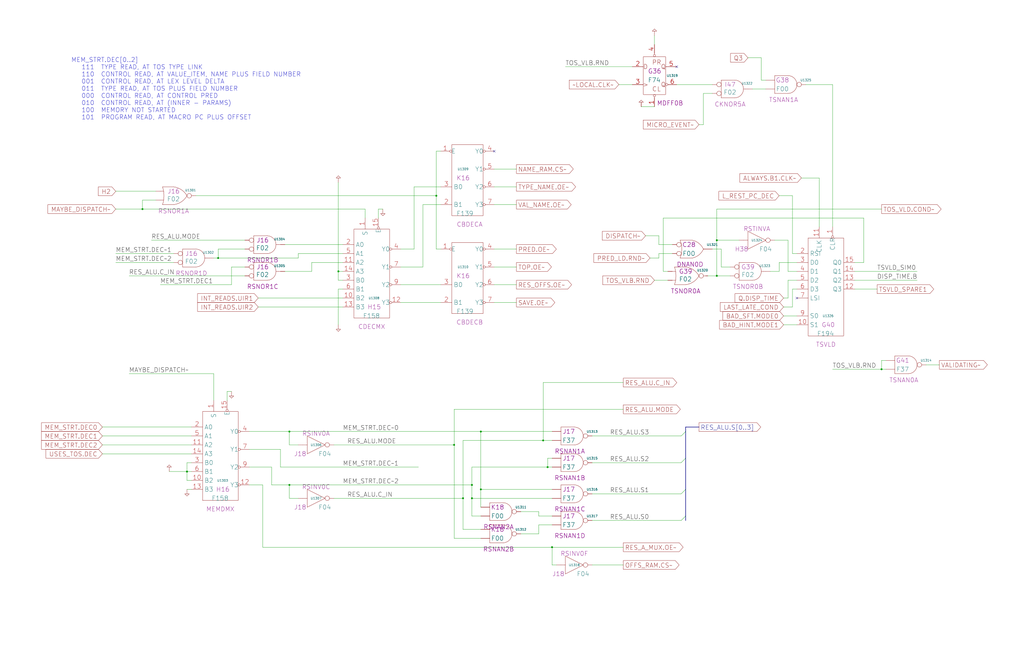
<source format=kicad_sch>
(kicad_sch (version 20250114) (generator "eeschema") (generator_version "9.0")
  (paper "User" 584.2 378.46)
  (title_block (title "CS DISPLAY REGISTER CONTROL") (date "22-MAY-90") (rev "1.0") (comment 1 "SEQUENCER") (comment 2 "232-003064") (comment 3 "S400") (comment 4 "RELEASED"))
  (lib_symbols
    (symbol "r1000:F00" (pin_numbers (hide yes)) (pin_names (hide yes))
      (property "Reference" "U" (at 15.24 0 0))
      (property "Value" "F00" (at 1.905 -5.08 0))
      (property "Location" "___" (at 1.905 0 0))
      (property "Name" "______" (at 2.54 -12.7 0))
      (symbol "F00_0_1"
        (polyline (pts (xy -2.54 2.54) (xy -2.54 -7.62)) (stroke (width 0.1524)))
        (polyline (pts (xy -2.54 2.54) (xy 5.08 2.54)) (stroke (width 0.1524)))
        (polyline (pts (xy -2.54 -7.62) (xy 5.08 -7.62)) (stroke (width 0.1524)))
        (arc (start 5.08 2.54) (mid 10.1281 -2.54) (end 5.08 -7.62) (stroke (width 0.1524)))
        (circle (center 11.43 -2.54) (radius 1.27) (stroke (width 0.1524)))
      )
      (symbol "F00_0_2"
        (arc (start -3.175 2.54) (mid -2.134 -2.54) (end -3.175 -7.62) (stroke (width 0.1524)))
        (circle (center -3.81 0) (radius 1.27) (stroke (width 0.1524)))
        (circle (center -3.81 -5.08) (radius 1.27) (stroke (width 0.1524)))
        (polyline (pts (xy -3.175 2.54) (xy 3.81 2.54)) (stroke (width 0.1524)))
        (polyline (pts (xy -3.175 -7.62) (xy 3.81 -7.62)) (stroke (width 0.1524)))
        (arc (start 3.81 2.54) (mid 7.5828 0.7472) (end 10.16 -2.54) (stroke (width 0.1524)))
        (arc (start 10.16 -2.54) (mid 7.5855 -5.8306) (end 3.81 -7.62) (stroke (width 0.1524)))
      )
      (symbol "F00_1_1"
        (pin input line (at -7.62 0 0) (length 5.08) (name "D0") (number "1"))
        (pin input line (at -7.62 -5.08 0) (length 5.08) (name "D1") (number "2"))
        (pin output line (at 15.24 -2.54 180) (length 2.54) (name "Q") (number "3"))
      )
      (symbol "F00_1_2"
        (pin input line (at -7.62 0 0) (length 2.54) (name "D0") (number "1"))
        (pin input line (at -7.62 -5.08 0) (length 2.54) (name "D1") (number "2"))
        (pin output line (at 15.24 -2.54 180) (length 5.08) (name "Q") (number "3"))
      )
    )
    (symbol "r1000:F02" (pin_numbers (hide yes)) (pin_names (hide yes))
      (property "Reference" "U" (at 12.16 0.635 0))
      (property "Value" "F02" (at -1.27 -4.445 0))
      (property "Location" "___" (at 2.54 0 0))
      (property "Name" "______" (at 2.54 -12.7 0))
      (symbol "F02_0_1"
        (arc (start -3.81 2.54) (mid -2.9847 -2.54) (end -3.81 -7.62) (stroke (width 0.1524)))
        (polyline (pts (xy -5.08 0) (xy -3.175 0)) (stroke (width 0.1524)))
        (polyline (pts (xy -5.08 -5.08) (xy -3.175 -5.08)) (stroke (width 0.1524)))
        (polyline (pts (xy -3.81 2.54) (xy 2.54 2.54)) (stroke (width 0.1524)))
        (polyline (pts (xy -3.81 -7.62) (xy 2.54 -7.62)) (stroke (width 0.1524)))
        (arc (start 2.54 2.54) (mid 6.9477 0.8966) (end 10.16 -2.54) (stroke (width 0.1524)))
        (arc (start 10.16 -2.54) (mid 6.9515 -5.9823) (end 2.54 -7.62) (stroke (width 0.1524)))
        (circle (center 11.43 -2.54) (radius 1.27) (stroke (width 0.1524)))
        (polyline (pts (xy 13.97 -2.54) (xy 12.7 -2.54)) (stroke (width 0.1524)))
      )
      (symbol "F02_0_2"
        (circle (center -3.81 0) (radius 1.27) (stroke (width 0.1524)))
        (circle (center -3.81 -5.08) (radius 1.27) (stroke (width 0.1524)))
        (polyline (pts (xy -2.54 2.54) (xy -2.54 -7.62)) (stroke (width 0.1524)))
        (polyline (pts (xy -2.54 2.54) (xy 5.08 2.54)) (stroke (width 0.1524)))
        (polyline (pts (xy -2.54 -7.62) (xy 5.08 -7.62)) (stroke (width 0.1524)))
        (arc (start 5.08 2.54) (mid 10.1281 -2.54) (end 5.08 -7.62) (stroke (width 0.1524)))
        (polyline (pts (xy 11.43 -2.54) (xy 10.16 -2.54)) (stroke (width 0.1524)))
        (polyline (pts (xy 11.43 -2.54) (xy 12.7 -2.54)) (stroke (width 0.1524)))
      )
      (symbol "F02_1_1"
        (pin input line (at -7.62 0 0) (length 2.54) (name "D0") (number "1"))
        (pin input line (at -7.62 -5.08 0) (length 2.54) (name "D1") (number "2"))
        (pin output line (at 15.24 -2.54 180) (length 1.27) (name "Q") (number "3"))
      )
      (symbol "F02_1_2"
        (pin input line (at -7.62 0 0) (length 2.54) (name "D0") (number "1"))
        (pin input line (at -7.62 -5.08 0) (length 2.54) (name "D1") (number "2"))
        (pin output line (at 15.24 -2.54 180) (length 2.54) (name "Q") (number "3"))
      )
    )
    (symbol "r1000:F04" (pin_numbers (hide yes)) (pin_names (hide yes))
      (property "Reference" "U" (at 0 0 0))
      (property "Value" "F04" (at 1.27 -5.08 0))
      (property "Location" "___" (at -12.7 -5.08 0))
      (property "Name" "______" (at 0 5.08 0))
      (symbol "F04_0_1"
        (polyline (pts (xy -7.62 0) (xy -5.08 0)) (stroke (width 0.1524)))
        (polyline (pts (xy -5.08 5.08) (xy -5.08 -5.08)) (stroke (width 0.1524)))
        (polyline (pts (xy 5.08 0) (xy -5.08 5.08)) (stroke (width 0.1524)))
        (polyline (pts (xy 5.08 0) (xy -5.08 -5.08)) (stroke (width 0.1524)))
        (circle (center 6.35 0) (radius 1.27) (stroke (width 0.1524)))
      )
      (symbol "F04_1_1"
        (pin input line (at -10.16 0 0) (length 2.54) (name "D0") (number "1"))
        (pin output line (at 10.16 0 180) (length 2.54) (name "Q") (number "2"))
      )
    )
    (symbol "r1000:F139" (pin_names (offset 1.016))
      (property "Reference" "U" (at 2.54 5.08 0))
      (property "Value" "F139" (at -1.27 -20.32 0))
      (property "Location" "___" (at -1.27 0 0))
      (property "Name" "______" (at 6.35 -27.94 0))
      (symbol "F139_1_1"
        (circle (center -4.445 15.24) (radius 0.635))
        (rectangle (start -3.81 19.05) (end 13.97 -21.59))
        (circle (center 14.605 15.24) (radius 0.635))
        (circle (center 14.605 5.08) (radius 0.635))
        (circle (center 14.605 -5.08) (radius 0.635))
        (circle (center 14.605 -15.24) (radius 0.635))
        (pin input line (at -10.16 15.24 0) (length 5.08) (name "E") (number "1"))
        (pin input line (at -10.16 -5.08 0) (length 6.35) (name "B0") (number "3"))
        (pin input line (at -10.16 -15.24 0) (length 6.35) (name "B1") (number "2"))
        (pin output line (at 20.32 15.24 180) (length 5.08) (name "Y0") (number "4"))
        (pin output line (at 20.32 5.08 180) (length 5.08) (name "Y1") (number "5"))
        (pin output line (at 20.32 -5.08 180) (length 5.08) (name "Y2") (number "6"))
        (pin output line (at 20.32 -15.24 180) (length 5.08) (name "Y3") (number "7"))
      )
    )
    (symbol "r1000:F158" (pin_names (offset 1.016))
      (property "Reference" "U" (at 2.54 5.08 0))
      (property "Value" "F158" (at -3.81 -5.08 0))
      (property "Location" "___" (at -1.27 0 0))
      (property "Name" "______" (at 1.27 -12.7 0))
      (symbol "F158_1_1"
        (rectangle (start -8.89 44.45) (end 11.43 -6.35))
        (circle (center 5.08 45.085) (radius 0.635))
        (circle (center 12.065 33.02) (radius 0.635))
        (circle (center 12.065 22.86) (radius 0.635))
        (circle (center 12.065 12.7) (radius 0.635))
        (circle (center 12.065 2.54) (radius 0.635))
        (pin input line (at -15.24 35.56 0) (length 6.35) (name "A0") (number "2"))
        (pin input line (at -15.24 30.48 0) (length 6.35) (name "A1") (number "5"))
        (pin input line (at -15.24 25.4 0) (length 6.35) (name "A2") (number "11"))
        (pin input line (at -15.24 20.32 0) (length 6.35) (name "A3") (number "14"))
        (pin input line (at -15.24 15.24 0) (length 6.35) (name "B0") (number "3"))
        (pin input line (at -15.24 10.16 0) (length 6.35) (name "B1") (number "6"))
        (pin input line (at -15.24 5.08 0) (length 6.35) (name "B2") (number "10"))
        (pin input line (at -15.24 0 0) (length 6.35) (name "B3") (number "13"))
        (pin input line (at -2.54 50.8 270) (length 6.35) (name "S") (number "1"))
        (pin input line (at 5.08 50.8 270) (length 5.08) (name "E") (number "15"))
        (pin output line (at 17.78 33.02 180) (length 5.08) (name "Y0") (number "4"))
        (pin output line (at 17.78 22.86 180) (length 5.08) (name "Y1") (number "7"))
        (pin output line (at 17.78 12.7 180) (length 5.08) (name "Y2") (number "9"))
        (pin output line (at 17.78 2.54 180) (length 5.08) (name "Y3") (number "12"))
      )
    )
    (symbol "r1000:F194" (pin_names (offset 1.016))
      (property "Reference" "U" (at 2.54 5.08 0))
      (property "Value" "F194" (at -3.81 -5.08 0))
      (property "Location" "___" (at -1.27 0 0))
      (property "Name" "______" (at 1.27 -12.7 0))
      (symbol "F194_1_1"
        (rectangle (start -8.89 49.53) (end 11.43 -6.35))
        (circle (center 5.08 50.165) (radius 0.635))
        (pin input line (at -15.24 40.64 0) (length 6.35) (name "RSI") (number "2"))
        (pin input line (at -15.24 35.56 0) (length 6.35) (name "D0") (number "3"))
        (pin input line (at -15.24 30.48 0) (length 6.35) (name "D1") (number "4"))
        (pin input line (at -15.24 25.4 0) (length 6.35) (name "D2") (number "5"))
        (pin input line (at -15.24 20.32 0) (length 6.35) (name "D3") (number "6"))
        (pin input line (at -15.24 15.24 0) (length 6.35) (name "LSI") (number "7"))
        (pin input line (at -15.24 5.08 0) (length 6.35) (name "S0") (number "9"))
        (pin input line (at -15.24 0 0) (length 6.35) (name "S1") (number "10"))
        (pin input line (at -2.54 55.88 270) (length 6.35) (name "CLK") (number "11"))
        (pin input line (at 5.08 55.88 270) (length 5.08) (name "CLR") (number "1"))
        (pin output line (at 17.78 35.56 180) (length 6.35) (name "Q0") (number "15"))
        (pin output line (at 17.78 30.48 180) (length 6.35) (name "Q1") (number "14"))
        (pin output line (at 17.78 25.4 180) (length 6.35) (name "Q2") (number "13"))
        (pin output line (at 17.78 20.32 180) (length 6.35) (name "Q3") (number "12"))
      )
    )
    (symbol "r1000:F37" (pin_numbers (hide yes)) (pin_names (offset 0) (hide yes))
      (property "Reference" "U" (at 15.24 0 0))
      (property "Value" "F37" (at 1.905 -5.08 0))
      (property "Location" "___" (at 1.905 0 0))
      (property "Name" "______" (at 2.54 -12.7 0))
      (symbol "F37_0_1"
        (polyline (pts (xy -2.54 2.54) (xy -2.54 -7.62)) (stroke (width 0.1524)))
        (polyline (pts (xy -2.54 2.54) (xy 5.08 2.54)) (stroke (width 0.1524)))
        (polyline (pts (xy -2.54 -7.62) (xy 5.08 -7.62)) (stroke (width 0.1524)))
        (arc (start 5.08 2.54) (mid 10.1281 -2.54) (end 5.08 -7.62) (stroke (width 0.1524)))
        (circle (center 11.43 -2.54) (radius 1.27) (stroke (width 0.1524)))
      )
      (symbol "F37_0_2"
        (arc (start -3.175 2.54) (mid -2.134 -2.54) (end -3.175 -7.62) (stroke (width 0.1524)))
        (circle (center -3.81 0) (radius 1.27) (stroke (width 0.1524)))
        (circle (center -3.81 -5.08) (radius 1.27) (stroke (width 0.1524)))
        (polyline (pts (xy -3.175 2.54) (xy 3.81 2.54)) (stroke (width 0.1524)))
        (polyline (pts (xy -3.175 -7.62) (xy 3.81 -7.62)) (stroke (width 0.1524)))
        (arc (start 3.81 2.54) (mid 7.5828 0.7472) (end 10.16 -2.54) (stroke (width 0.1524)))
        (arc (start 10.16 -2.54) (mid 7.5855 -5.8306) (end 3.81 -7.62) (stroke (width 0.1524)))
      )
      (symbol "F37_1_1"
        (pin input line (at -7.62 0 0) (length 5.08) (name "D0") (number "1"))
        (pin input line (at -7.62 -5.08 0) (length 5.08) (name "D1") (number "2"))
        (pin output line (at 15.24 -2.54 180) (length 2.54) (name "Q") (number "3"))
      )
      (symbol "F37_1_2"
        (pin input line (at -7.62 0 0) (length 2.54) (name "D0") (number "1"))
        (pin input line (at -7.62 -5.08 0) (length 2.54) (name "D1") (number "2"))
        (pin output line (at 15.24 -2.54 180) (length 5.08) (name "Q") (number "3"))
      )
    )
    (symbol "r1000:F74" (pin_names (offset 1.016) (hide yes))
      (property "Reference" "U" (at 12.7 -2.54 0))
      (property "Value" "F74" (at -1.27 -5.08 0))
      (property "Location" "___" (at -1.27 0 0))
      (property "Name" "______" (at 11.43 -19.685 0))
      (symbol "F74_0_1"
        (rectangle (start -3.81 8.255) (end 8.89 -13.335) (stroke (width 0.1524)))
        (polyline (pts (xy 2.54 10.16) (xy 2.54 9.525)) (stroke (width 0.1524)))
        (polyline (pts (xy 2.54 -15.24) (xy 2.54 -14.605)) (stroke (width 0.1524)))
      )
      (symbol "F74_1_1"
        (circle (center 2.54 8.89) (radius 0.635))
        (circle (center 2.54 -13.97) (radius 0.635))
        (circle (center 9.525 -7.62) (radius 0.635))
        (text "D" (at -2.54 2.54 0) (effects (font (size 2.54 2.54))))
        (text ">" (at -2.54 -7.62 0) (effects (font (size 2.54 2.54))))
        (text "P" (at 2.54 5.08 0) (effects (font (size 2.54 2.54))))
        (text "C" (at 2.54 -10.16 0) (effects (font (size 2.54 2.54))))
        (text "R" (at 5.08 5.08 0) (effects (font (size 2.54 2.54))))
        (text "L" (at 5.08 -10.16 0) (effects (font (size 2.54 2.54))))
        (text "Q" (at 7.62 2.54 0) (effects (font (size 2.54 2.54))))
        (text "Q" (at 7.62 -7.62 0) (effects (font (size 2.54 2.54))))
        (pin input line (at -10.16 2.54 0) (length 6.35) (name "D") (number "2"))
        (pin input line (at -10.16 -7.62 0) (length 6.35) (name "CLK") (number "3"))
        (pin input line (at 2.54 15.24 270) (length 5.08) (name "PR_") (number "4"))
        (pin input line (at 2.54 -20.32 90) (length 5.08) (name "CL_") (number "1"))
        (pin output line (at 15.24 2.54 180) (length 6.35) (name "Q") (number "5"))
        (pin output line (at 15.24 -7.62 180) (length 5.08) (name "Q_") (number "6"))
      )
    )
    (symbol "r1000:PD" (power) (pin_numbers (hide yes)) (pin_names (hide yes)) (in_bom no)
      (symbol "PD_0_1"
        (polyline (pts (xy 0 -2.54) (xy 1.27 -2.54) (xy 0 -3.81) (xy -1.27 -2.54) (xy 0 -2.54)) (stroke (width 0.1524)))
      )
      (symbol "PD_1_1"
        (pin power_in line (at 0 0 270) (length 2.54) (name "PD") (number "1"))
      )
    )
    (symbol "r1000:PU" (power) (pin_numbers (hide yes)) (pin_names (hide yes))
      (symbol "PU_0_1"
        (polyline (pts (xy 0 2.54) (xy -1.27 2.54) (xy 0 3.81) (xy 1.27 2.54) (xy 0 2.54)) (stroke (width 0.1524)))
      )
      (symbol "PU_1_1"
        (pin power_in line (at 0 0 90) (length 2.54) (name "PU") (number "1"))
      )
    )
  )
  (text "MEM_STRT.DEC[0..2]\n   111  TYPE READ, AT TOS TYPE LINK\n   110  CONTROL READ, AT VALUE_ITEM, NAME PLUS FIELD NUMBER\n   001  CONTROL READ, AT LEX LEVEL DELTA\n   011  TYPE READ, AT TOS PLUS FIELD NUMBER\n   000  CONTROL READ, AT CONTROL PRED\n   010  CONTROL READ, AT (INNER - PARAMS)\n   100  MEMORY NOT STARTED\n   101  PROGRAM READ, AT MACRO PC PLUS OFFSET" (at 40.64 68.58 0) (effects (font (size 2.54 2.54)) (justify left bottom)))
  (junction (at 408.94 137.16))
  (junction (at 165.1 276.86))
  (junction (at 309.88 251.46))
  (junction (at 264.16 284.48))
  (junction (at 274.32 246.38))
  (junction (at 124.46 147.32))
  (junction (at 274.32 279.4))
  (junction (at 269.24 284.48))
  (junction (at 408.94 157.48))
  (junction (at 248.92 111.76))
  (junction (at 165.1 246.38))
  (junction (at 81.28 119.38))
  (junction (at 312.42 266.7))
  (junction (at 269.24 276.86))
  (junction (at 259.08 254))
  (junction (at 314.96 312.42))
  (junction (at 502.92 210.82))
  (junction (at 193.04 154.94))
  (junction (at 106.68 269.24))
  (no_connect (at 386.08 38.1))
  (no_connect (at 281.94 86.36))
  (no_connect (at 454.66 170.18))
  (bus_entry (at 391.16 261.62) (size -2.54 2.54))
  (bus_entry (at 391.16 246.38) (size -2.54 2.54))
  (bus_entry (at 391.16 294.64) (size -2.54 2.54))
  (bus_entry (at 391.16 279.4) (size -2.54 2.54))
  (wire (pts (xy 259.08 233.68) (xy 355.6 233.68)))
  (wire (pts (xy 528.32 208.28) (xy 535.94 208.28)))
  (wire (pts (xy 314.96 312.42) (xy 355.6 312.42)))
  (wire (pts (xy 142.24 246.38) (xy 165.1 246.38)))
  (bus (pts (xy 391.16 246.38) (xy 391.16 261.62)))
  (wire (pts (xy 142.24 276.86) (xy 149.86 276.86)))
  (wire (pts (xy 190.5 284.48) (xy 264.16 284.48)))
  (wire (pts (xy 81.28 119.38) (xy 208.28 119.38)))
  (wire (pts (xy 454.66 144.78) (xy 452.12 144.78)))
  (wire (pts (xy 281.94 106.68) (xy 294.64 106.68)))
  (wire (pts (xy 264.16 302.26) (xy 274.32 302.26)))
  (wire (pts (xy 193.04 165.1) (xy 193.04 185.42)))
  (wire (pts (xy 193.04 154.94) (xy 195.58 154.94)))
  (wire (pts (xy 165.1 246.38) (xy 165.1 254)))
  (wire (pts (xy 383.54 144.78) (xy 375.92 144.78)))
  (wire (pts (xy 492.76 124.46) (xy 492.76 149.86)))
  (wire (pts (xy 132.08 152.4) (xy 132.08 162.56)))
  (wire (pts (xy 149.86 312.42) (xy 314.96 312.42)))
  (wire (pts (xy 269.24 284.48) (xy 269.24 294.64)))
  (wire (pts (xy 236.22 142.24) (xy 236.22 106.68)))
  (wire (pts (xy 264.16 251.46) (xy 309.88 251.46)))
  (wire (pts (xy 307.34 304.8) (xy 307.34 299.72)))
  (wire (pts (xy 106.68 269.24) (xy 109.22 269.24)))
  (wire (pts (xy 401.32 53.34) (xy 401.32 71.12)))
  (wire (pts (xy 147.32 175.26) (xy 195.58 175.26)))
  (wire (pts (xy 281.94 162.56) (xy 294.64 162.56)))
  (wire (pts (xy 58.42 259.08) (xy 109.22 259.08)))
  (wire (pts (xy 502.92 210.82) (xy 505.46 210.82)))
  (wire (pts (xy 124.46 147.32) (xy 121.92 147.32)))
  (wire (pts (xy 162.56 139.7) (xy 195.58 139.7)))
  (wire (pts (xy 408.94 157.48) (xy 416.56 157.48)))
  (wire (pts (xy 248.92 111.76) (xy 248.92 86.36)))
  (wire (pts (xy 106.68 279.4) (xy 109.22 279.4)))
  (wire (pts (xy 408.94 119.38) (xy 408.94 137.16)))
  (wire (pts (xy 454.66 160.02) (xy 449.58 160.02)))
  (wire (pts (xy 248.92 142.24) (xy 248.92 111.76)))
  (wire (pts (xy 96.52 269.24) (xy 106.68 269.24)))
  (wire (pts (xy 439.42 154.94) (xy 444.5 154.94)))
  (wire (pts (xy 447.04 180.34) (xy 454.66 180.34)))
  (wire (pts (xy 165.1 276.86) (xy 269.24 276.86)))
  (wire (pts (xy 447.04 170.18) (xy 449.58 170.18)))
  (wire (pts (xy 154.94 266.7) (xy 154.94 276.86)))
  (wire (pts (xy 449.58 154.94) (xy 449.58 137.16)))
  (wire (pts (xy 383.54 139.7) (xy 375.92 139.7)))
  (wire (pts (xy 337.82 281.94) (xy 388.62 281.94)))
  (wire (pts (xy 269.24 294.64) (xy 274.32 294.64)))
  (wire (pts (xy 215.9 124.46) (xy 215.9 119.38)))
  (wire (pts (xy 375.92 139.7) (xy 375.92 134.62)))
  (wire (pts (xy 165.1 254) (xy 170.18 254)))
  (wire (pts (xy 73.66 213.36) (xy 121.92 213.36)))
  (wire (pts (xy 309.88 251.46) (xy 314.96 251.46)))
  (wire (pts (xy 241.3 116.84) (xy 251.46 116.84)))
  (wire (pts (xy 467.36 129.54) (xy 467.36 101.6)))
  (bus (pts (xy 391.16 279.4) (xy 391.16 294.64)))
  (wire (pts (xy 281.94 142.24) (xy 294.64 142.24)))
  (wire (pts (xy 165.1 284.48) (xy 170.18 284.48)))
  (wire (pts (xy 162.56 154.94) (xy 177.8 154.94)))
  (wire (pts (xy 370.84 147.32) (xy 375.92 147.32)))
  (wire (pts (xy 66.04 144.78) (xy 99.06 144.78)))
  (wire (pts (xy 195.58 149.86) (xy 177.8 149.86)))
  (wire (pts (xy 208.28 124.46) (xy 208.28 119.38)))
  (wire (pts (xy 73.66 157.48) (xy 139.7 157.48)))
  (wire (pts (xy 307.34 299.72) (xy 314.96 299.72)))
  (wire (pts (xy 160.02 256.54) (xy 160.02 266.7)))
  (wire (pts (xy 307.34 294.64) (xy 314.96 294.64)))
  (wire (pts (xy 297.18 304.8) (xy 307.34 304.8)))
  (wire (pts (xy 337.82 322.58) (xy 355.6 322.58)))
  (wire (pts (xy 314.96 261.62) (xy 312.42 261.62)))
  (wire (pts (xy 139.7 142.24) (xy 124.46 142.24)))
  (wire (pts (xy 398.78 71.12) (xy 401.32 71.12)))
  (wire (pts (xy 142.24 266.7) (xy 154.94 266.7)))
  (wire (pts (xy 58.42 254) (xy 109.22 254)))
  (wire (pts (xy 454.66 149.86) (xy 444.5 149.86)))
  (wire (pts (xy 165.1 276.86) (xy 165.1 284.48)))
  (wire (pts (xy 444.5 149.86) (xy 444.5 154.94)))
  (wire (pts (xy 195.58 165.1) (xy 193.04 165.1)))
  (wire (pts (xy 111.76 111.76) (xy 248.92 111.76)))
  (wire (pts (xy 106.68 269.24) (xy 106.68 274.32)))
  (wire (pts (xy 502.92 205.74) (xy 502.92 210.82)))
  (bus (pts (xy 391.16 261.62) (xy 391.16 279.4)))
  (wire (pts (xy 259.08 254) (xy 259.08 233.68)))
  (wire (pts (xy 264.16 284.48) (xy 264.16 251.46)))
  (wire (pts (xy 274.32 279.4) (xy 274.32 289.56)))
  (wire (pts (xy 307.34 292.1) (xy 307.34 294.64)))
  (wire (pts (xy 259.08 307.34) (xy 274.32 307.34)))
  (wire (pts (xy 274.32 246.38) (xy 314.96 246.38)))
  (wire (pts (xy 337.82 297.18) (xy 388.62 297.18)))
  (wire (pts (xy 403.86 157.48) (xy 408.94 157.48)))
  (wire (pts (xy 269.24 284.48) (xy 314.96 284.48)))
  (wire (pts (xy 386.08 48.26) (xy 406.4 48.26)))
  (wire (pts (xy 124.46 142.24) (xy 124.46 147.32)))
  (wire (pts (xy 452.12 165.1) (xy 452.12 175.26)))
  (wire (pts (xy 447.04 185.42) (xy 454.66 185.42)))
  (wire (pts (xy 195.58 144.78) (xy 170.18 144.78)))
  (wire (pts (xy 109.22 264.16) (xy 106.68 264.16)))
  (wire (pts (xy 274.32 279.4) (xy 314.96 279.4)))
  (wire (pts (xy 109.22 274.32) (xy 106.68 274.32)))
  (wire (pts (xy 170.18 144.78) (xy 170.18 147.32)))
  (wire (pts (xy 281.94 152.4) (xy 294.64 152.4)))
  (wire (pts (xy 66.04 149.86) (xy 99.06 149.86)))
  (wire (pts (xy 378.46 124.46) (xy 492.76 124.46)))
  (wire (pts (xy 193.04 160.02) (xy 193.04 154.94)))
  (wire (pts (xy 259.08 254) (xy 259.08 307.34)))
  (wire (pts (xy 434.34 45.72) (xy 434.34 33.02)))
  (wire (pts (xy 474.98 48.26) (xy 474.98 129.54)))
  (wire (pts (xy 449.58 137.16) (xy 441.96 137.16)))
  (wire (pts (xy 281.94 172.72) (xy 294.64 172.72)))
  (wire (pts (xy 322.58 38.1) (xy 360.68 38.1)))
  (wire (pts (xy 297.18 292.1) (xy 307.34 292.1)))
  (wire (pts (xy 459.74 48.26) (xy 474.98 48.26)))
  (wire (pts (xy 248.92 86.36) (xy 251.46 86.36)))
  (bus (pts (xy 391.16 243.84) (xy 391.16 246.38)))
  (wire (pts (xy 337.82 248.92) (xy 388.62 248.92)))
  (wire (pts (xy 58.42 243.84) (xy 109.22 243.84)))
  (wire (pts (xy 434.34 33.02) (xy 426.72 33.02)))
  (wire (pts (xy 177.8 149.86) (xy 177.8 154.94)))
  (wire (pts (xy 312.42 261.62) (xy 312.42 266.7)))
  (wire (pts (xy 505.46 205.74) (xy 502.92 205.74)))
  (wire (pts (xy 66.04 109.22) (xy 88.9 109.22)))
  (wire (pts (xy 373.38 20.32) (xy 373.38 25.4)))
  (wire (pts (xy 264.16 284.48) (xy 264.16 302.26)))
  (wire (pts (xy 408.94 137.16) (xy 408.94 157.48)))
  (wire (pts (xy 281.94 116.84) (xy 294.64 116.84)))
  (wire (pts (xy 281.94 96.52) (xy 294.64 96.52)))
  (wire (pts (xy 228.6 162.56) (xy 251.46 162.56)))
  (wire (pts (xy 309.88 218.44) (xy 355.6 218.44)))
  (wire (pts (xy 474.98 210.82) (xy 502.92 210.82)))
  (wire (pts (xy 314.96 322.58) (xy 317.5 322.58)))
  (wire (pts (xy 373.38 160.02) (xy 381 160.02)))
  (wire (pts (xy 106.68 264.16) (xy 106.68 269.24)))
  (wire (pts (xy 81.28 119.38) (xy 81.28 114.3)))
  (bus (pts (xy 391.16 294.64) (xy 391.16 297.18)))
  (wire (pts (xy 58.42 248.92) (xy 109.22 248.92)))
  (wire (pts (xy 487.68 160.02) (xy 523.24 160.02)))
  (wire (pts (xy 454.66 165.1) (xy 452.12 165.1)))
  (wire (pts (xy 353.06 48.26) (xy 360.68 48.26)))
  (wire (pts (xy 124.46 147.32) (xy 170.18 147.32)))
  (wire (pts (xy 81.28 114.3) (xy 88.9 114.3)))
  (wire (pts (xy 381 154.94) (xy 378.46 154.94)))
  (wire (pts (xy 452.12 111.76) (xy 444.5 111.76)))
  (wire (pts (xy 132.08 162.56) (xy 91.44 162.56)))
  (wire (pts (xy 228.6 172.72) (xy 251.46 172.72)))
  (wire (pts (xy 337.82 264.16) (xy 388.62 264.16)))
  (wire (pts (xy 160.02 266.7) (xy 238.76 266.7)))
  (wire (pts (xy 241.3 152.4) (xy 241.3 116.84)))
  (wire (pts (xy 454.66 154.94) (xy 449.58 154.94)))
  (wire (pts (xy 190.5 254) (xy 259.08 254)))
  (wire (pts (xy 274.32 246.38) (xy 274.32 279.4)))
  (wire (pts (xy 193.04 154.94) (xy 193.04 104.14)))
  (wire (pts (xy 487.68 154.94) (xy 523.24 154.94)))
  (wire (pts (xy 436.88 45.72) (xy 434.34 45.72)))
  (wire (pts (xy 452.12 144.78) (xy 452.12 111.76)))
  (wire (pts (xy 165.1 246.38) (xy 274.32 246.38)))
  (wire (pts (xy 132.08 223.52) (xy 129.54 223.52)))
  (wire (pts (xy 121.92 228.6) (xy 121.92 213.36)))
  (wire (pts (xy 215.9 119.38) (xy 218.44 119.38)))
  (wire (pts (xy 312.42 266.7) (xy 314.96 266.7)))
  (wire (pts (xy 449.58 160.02) (xy 449.58 170.18)))
  (wire (pts (xy 154.94 276.86) (xy 165.1 276.86)))
  (wire (pts (xy 86.36 137.16) (xy 139.7 137.16)))
  (wire (pts (xy 378.46 154.94) (xy 378.46 124.46)))
  (wire (pts (xy 375.92 144.78) (xy 375.92 147.32)))
  (wire (pts (xy 251.46 142.24) (xy 248.92 142.24)))
  (wire (pts (xy 447.04 175.26) (xy 452.12 175.26)))
  (wire (pts (xy 142.24 256.54) (xy 160.02 256.54)))
  (wire (pts (xy 406.4 142.24) (xy 411.48 142.24)))
  (wire (pts (xy 365.76 60.96) (xy 373.38 60.96)))
  (wire (pts (xy 269.24 276.86) (xy 269.24 284.48)))
  (wire (pts (xy 129.54 223.52) (xy 129.54 228.6)))
  (wire (pts (xy 416.56 152.4) (xy 411.48 152.4)))
  (wire (pts (xy 149.86 276.86) (xy 149.86 312.42)))
  (wire (pts (xy 502.92 119.38) (xy 408.94 119.38)))
  (wire (pts (xy 429.26 50.8) (xy 436.88 50.8)))
  (wire (pts (xy 66.04 119.38) (xy 81.28 119.38)))
  (wire (pts (xy 195.58 160.02) (xy 193.04 160.02)))
  (bus (pts (xy 391.16 243.84) (xy 398.78 243.84)))
  (wire (pts (xy 467.36 101.6) (xy 457.2 101.6)))
  (wire (pts (xy 228.6 142.24) (xy 236.22 142.24)))
  (wire (pts (xy 314.96 312.42) (xy 314.96 322.58)))
  (wire (pts (xy 492.76 149.86) (xy 487.68 149.86)))
  (wire (pts (xy 406.4 53.34) (xy 401.32 53.34)))
  (wire (pts (xy 411.48 152.4) (xy 411.48 142.24)))
  (wire (pts (xy 309.88 251.46) (xy 309.88 218.44)))
  (wire (pts (xy 147.32 170.18) (xy 195.58 170.18)))
  (wire (pts (xy 236.22 106.68) (xy 251.46 106.68)))
  (wire (pts (xy 487.68 165.1) (xy 500.38 165.1)))
  (wire (pts (xy 139.7 152.4) (xy 132.08 152.4)))
  (wire (pts (xy 269.24 276.86) (xy 269.24 266.7)))
  (wire (pts (xy 421.64 137.16) (xy 408.94 137.16)))
  (wire (pts (xy 228.6 152.4) (xy 241.3 152.4)))
  (wire (pts (xy 269.24 266.7) (xy 312.42 266.7)))
  (wire (pts (xy 368.3 134.62) (xy 375.92 134.62)))
  (label "RES_ALU.S2" (at 347.98 264.16 0) (effects (font (size 2.54 2.54))))
  (label "MAYBE_DISPATCH~" (at 73.66 213.36 0) (effects (font (size 2.54 2.54))))
  (label "DISP_TIME.B" (at 500.38 160.02 0) (effects (font (size 2.54 2.54))))
  (label "MEM_STRT.DEC~1" (at 66.04 144.78 0) (effects (font (size 2.54 2.54))))
  (label "RES_ALU.C_IN" (at 73.66 157.48 0) (effects (font (size 2.54 2.54))))
  (label "RES_ALU.S0" (at 347.98 297.18 0) (effects (font (size 2.54 2.54))))
  (label "MEM_STRT.DEC~2" (at 195.58 276.86 0) (effects (font (size 2.54 2.54))))
  (label "TSVLD_SIM0" (at 500.38 154.94 0) (effects (font (size 2.54 2.54))))
  (label "RES_ALU.S1" (at 347.98 281.94 0) (effects (font (size 2.54 2.54))))
  (label "RES_ALU.MODE" (at 198.12 254 0) (effects (font (size 2.54 2.54))))
  (label "RES_ALU.MODE" (at 86.36 137.16 0) (effects (font (size 2.54 2.54))))
  (label "MEM_STRT.DEC~0" (at 195.58 246.38 0) (effects (font (size 2.54 2.54))))
  (label "MEM_STRT.DEC~1" (at 195.58 266.7 0) (effects (font (size 2.54 2.54))))
  (label "RES_ALU.C_IN" (at 198.12 284.48 0) (effects (font (size 2.54 2.54))))
  (label "TOS_VLB.RND" (at 474.98 210.82 0) (effects (font (size 2.54 2.54))))
  (label "MEM_STRT.DEC1" (at 91.44 162.56 0) (effects (font (size 2.54 2.54))))
  (label "MEM_STRT.DEC~2" (at 66.04 149.86 0) (effects (font (size 2.54 2.54))))
  (label "RES_ALU.S3" (at 347.98 248.92 0) (effects (font (size 2.54 2.54))))
  (label "TOS_VLB.RND" (at 322.58 38.1 0) (effects (font (size 2.54 2.54))))
  (global_label "Q3" (shape input) (at 426.72 33.02 180) (effects (font (size 2.54 2.54))) (property "Intersheetrefs" "${INTERSHEET_REFS}" (at 416.814 32.8613 0) (effects (font (size 1.905 1.905)) (justify right))))
  (global_label "SAVE.OE~" (shape output) (at 294.64 172.72 0) (effects (font (size 2.54 2.54))) (property "Intersheetrefs" "${INTERSHEET_REFS}" (at 316.5203 172.5613 0) (effects (font (size 1.905 1.905)) (justify left))))
  (global_label "ALWAYS.B1.CLK~" (shape input) (at 457.2 101.6 180) (effects (font (size 2.54 2.54))) (property "Intersheetrefs" "${INTERSHEET_REFS}" (at 422.1359 101.4413 0) (effects (font (size 1.905 1.905)) (justify right))))
  (global_label "RES_ALU.MODE" (shape output) (at 355.6 233.68 0) (effects (font (size 2.54 2.54))) (property "Intersheetrefs" "${INTERSHEET_REFS}" (at 388.1241 233.5213 0) (effects (font (size 1.905 1.905)) (justify left))))
  (global_label "PRED.OE~" (shape output) (at 294.64 142.24 0) (effects (font (size 2.54 2.54))) (property "Intersheetrefs" "${INTERSHEET_REFS}" (at 317.367 142.0813 0) (effects (font (size 1.905 1.905)) (justify left))))
  (global_label "USES_TOS.DEC" (shape input) (at 58.42 259.08 180) (effects (font (size 2.54 2.54))) (property "Intersheetrefs" "${INTERSHEET_REFS}" (at 26.2588 258.9213 0) (effects (font (size 1.905 1.905)) (justify right))))
  (global_label "RES_ALU.S[0..3]" (shape output) (at 398.78 243.84 0) (effects (font (size 2.54 2.54))) (property "Intersheetrefs" "${INTERSHEET_REFS}" (at 433.965 243.6813 0) (effects (font (size 1.905 1.905)) (justify left))))
  (global_label "LAST_LATE_COND" (shape input) (at 447.04 175.26 180) (effects (font (size 2.54 2.54))) (property "Intersheetrefs" "${INTERSHEET_REFS}" (at 410.8873 175.1013 0) (effects (font (size 1.905 1.905)) (justify right))))
  (global_label "MEM_STRT.DEC0" (shape input) (at 58.42 243.84 180) (effects (font (size 2.54 2.54))) (property "Intersheetrefs" "${INTERSHEET_REFS}" (at 23.7188 243.6813 0) (effects (font (size 1.905 1.905)) (justify right))))
  (global_label "NAME_RAM.CS~" (shape output) (at 294.64 96.52 0) (effects (font (size 2.54 2.54))) (property "Intersheetrefs" "${INTERSHEET_REFS}" (at 327.0431 96.3613 0) (effects (font (size 1.905 1.905)) (justify left))))
  (global_label "MICRO_EVENT~" (shape input) (at 398.78 71.12 180) (effects (font (size 2.54 2.54))) (property "Intersheetrefs" "${INTERSHEET_REFS}" (at 366.9816 70.9613 0) (effects (font (size 1.905 1.905)) (justify right))))
  (global_label "VALIDATING~" (shape output) (at 535.94 208.28 0) (effects (font (size 2.54 2.54))) (property "Intersheetrefs" "${INTERSHEET_REFS}" (at 563.2631 208.1213 0) (effects (font (size 1.905 1.905)) (justify left))))
  (global_label "MAYBE_DISPATCH~" (shape input) (at 66.04 119.38 180) (effects (font (size 2.54 2.54))) (property "Intersheetrefs" "${INTERSHEET_REFS}" (at 27.3473 119.2213 0) (effects (font (size 1.905 1.905)) (justify right))))
  (global_label "RES_OFFS.OE~" (shape output) (at 294.64 162.56 0) (effects (font (size 2.54 2.54))) (property "Intersheetrefs" "${INTERSHEET_REFS}" (at 326.0755 162.4013 0) (effects (font (size 1.905 1.905)) (justify left))))
  (global_label "RES_ALU.C_IN" (shape output) (at 355.6 218.44 0) (effects (font (size 2.54 2.54))) (property "Intersheetrefs" "${INTERSHEET_REFS}" (at 386.0679 218.2813 0) (effects (font (size 1.905 1.905)) (justify left))))
  (global_label "DISPATCH~" (shape input) (at 368.3 134.62 180) (effects (font (size 2.54 2.54))) (property "Intersheetrefs" "${INTERSHEET_REFS}" (at 343.6378 134.4613 0) (effects (font (size 1.905 1.905)) (justify right))))
  (global_label "INT_READS.UIR2" (shape input) (at 147.32 175.26 180) (effects (font (size 2.54 2.54))) (property "Intersheetrefs" "${INTERSHEET_REFS}" (at 112.7397 175.1013 0) (effects (font (size 1.905 1.905)) (justify right))))
  (global_label "H2" (shape input) (at 66.04 109.22 180) (effects (font (size 2.54 2.54))) (property "Intersheetrefs" "${INTERSHEET_REFS}" (at 56.134 109.0613 0) (effects (font (size 1.905 1.905)) (justify right))))
  (global_label "OFFS_RAM.CS~" (shape output) (at 355.6 322.58 0) (effects (font (size 2.54 2.54))) (property "Intersheetrefs" "${INTERSHEET_REFS}" (at 387.3984 322.4213 0) (effects (font (size 1.905 1.905)) (justify left))))
  (global_label "~LOCAL.CLK~" (shape input) (at 353.06 48.26 180) (effects (font (size 2.54 2.54))) (property "Intersheetrefs" "${INTERSHEET_REFS}" (at 324.7692 48.1013 0) (effects (font (size 1.905 1.905)) (justify right))))
  (global_label "BAD_HINT.MODE1" (shape input) (at 447.04 185.42 180) (effects (font (size 2.54 2.54))) (property "Intersheetrefs" "${INTERSHEET_REFS}" (at 410.5245 185.2613 0) (effects (font (size 1.905 1.905)) (justify right))))
  (global_label "TOS_VLB.RND" (shape input) (at 373.38 160.02 180) (effects (font (size 2.54 2.54))) (property "Intersheetrefs" "${INTERSHEET_REFS}" (at 343.8797 159.8613 0) (effects (font (size 1.905 1.905)) (justify right))))
  (global_label "VAL_NAME.OE~" (shape output) (at 294.64 116.84 0) (effects (font (size 2.54 2.54))) (property "Intersheetrefs" "${INTERSHEET_REFS}" (at 325.8336 116.6813 0) (effects (font (size 1.905 1.905)) (justify left))))
  (global_label "TOS_VLD.COND~" (shape output) (at 502.92 119.38 0) (effects (font (size 2.54 2.54))) (property "Intersheetrefs" "${INTERSHEET_REFS}" (at 536.8955 119.2213 0) (effects (font (size 1.905 1.905)) (justify left))))
  (global_label "BAD_SFT.MODE0" (shape input) (at 447.04 180.34 180) (effects (font (size 2.54 2.54))) (property "Intersheetrefs" "${INTERSHEET_REFS}" (at 412.4597 180.1813 0) (effects (font (size 1.905 1.905)) (justify right))))
  (global_label "TOP.OE~" (shape output) (at 294.64 152.4 0) (effects (font (size 2.54 2.54))) (property "Intersheetrefs" "${INTERSHEET_REFS}" (at 314.585 152.2413 0) (effects (font (size 1.905 1.905)) (justify left))))
  (global_label "PRED_LD.RND~" (shape input) (at 370.84 147.32 180) (effects (font (size 2.54 2.54))) (property "Intersheetrefs" "${INTERSHEET_REFS}" (at 338.7997 147.1613 0) (effects (font (size 1.905 1.905)) (justify right))))
  (global_label "MEM_STRT.DEC2" (shape input) (at 58.42 254 180) (effects (font (size 2.54 2.54))) (property "Intersheetrefs" "${INTERSHEET_REFS}" (at 23.7188 253.8413 0) (effects (font (size 1.905 1.905)) (justify right))))
  (global_label "TYPE_NAME.OE~" (shape output) (at 294.64 106.68 0) (effects (font (size 2.54 2.54))) (property "Intersheetrefs" "${INTERSHEET_REFS}" (at 328.3736 106.5213 0) (effects (font (size 1.905 1.905)) (justify left))))
  (global_label "INT_READS.UIR1" (shape input) (at 147.32 170.18 180) (effects (font (size 2.54 2.54))) (property "Intersheetrefs" "${INTERSHEET_REFS}" (at 112.7397 170.0213 0) (effects (font (size 1.905 1.905)) (justify right))))
  (global_label "MEM_STRT.DEC1" (shape input) (at 58.42 248.92 180) (effects (font (size 2.54 2.54))) (property "Intersheetrefs" "${INTERSHEET_REFS}" (at 23.7188 248.7613 0) (effects (font (size 1.905 1.905)) (justify right))))
  (global_label "RES_A_MUX.OE~" (shape output) (at 355.6 312.42 0) (effects (font (size 2.54 2.54))) (property "Intersheetrefs" "${INTERSHEET_REFS}" (at 389.6965 312.2613 0) (effects (font (size 1.905 1.905)) (justify left))))
  (global_label "L_REST_PC_DEC" (shape input) (at 444.5 111.76 180) (effects (font (size 2.54 2.54))) (property "Intersheetrefs" "${INTERSHEET_REFS}" (at 410.1616 111.6013 0) (effects (font (size 1.905 1.905)) (justify right))))
  (global_label "TSVLD_SPARE1" (shape output) (at 500.38 165.1 0) (effects (font (size 2.54 2.54))) (property "Intersheetrefs" "${INTERSHEET_REFS}" (at 532.6622 164.9413 0) (effects (font (size 1.905 1.905)) (justify left))))
  (global_label "Q.DISP_TIME" (shape input) (at 447.04 170.18 180) (effects (font (size 2.54 2.54))) (property "Intersheetrefs" "${INTERSHEET_REFS}" (at 419.354 170.0213 0) (effects (font (size 1.905 1.905)) (justify right))))
  (symbol (lib_id "r1000:PD") (at 106.68 279.4 0) (unit 1) (in_bom no)
    (property "Reference" "#PWR01302" (effects (hide yes)))
    (property "Value" "PD" (effects (hide yes)))
  )
  (symbol (lib_id "r1000:F37") (at 513.08 205.74 0) (unit 1)
    (property "Reference" "U1314" (at 528.32 205.74 0))
    (property "Value" "F37" (at 514.985 210.82 0) (effects (font (size 2.54 2.54))))
    (property "Location" "G41" (at 514.985 205.74 0) (effects (font (size 2.54 2.54))))
    (property "Name" "TSNAN0A" (at 515.62 218.44 0) (effects (font (size 2.54 2.54)) (justify bottom)))
  )
  (symbol (lib_id "r1000:PU") (at 373.38 20.32 0) (unit 1)
    (property "Reference" "#PWR01308" (effects (hide yes)))
    (property "Value" "PU" (effects (hide yes)))
  )
  (symbol (lib_id "r1000:F02") (at 147.32 152.4 0) (unit 1) (convert 2)
    (property "Reference" "U1305" (at 159.48 151.765 0))
    (property "Value" "F02" (at 146.05 156.845 0) (effects (font (size 2.54 2.54)) (justify left)))
    (property "Location" "J16" (at 149.86 152.4 0) (effects (font (size 2.54 2.54))))
    (property "Name" "RSNOR1C" (at 149.86 165.1 0) (effects (font (size 2.54 2.54)) (justify bottom)))
  )
  (symbol (lib_id "r1000:PU") (at 96.52 269.24 0) (unit 1)
    (property "Reference" "#PWR01301" (effects (hide yes)))
    (property "Value" "PU" (effects (hide yes)))
  )
  (symbol (lib_id "r1000:F02") (at 147.32 137.16 0) (unit 1) (convert 2)
    (property "Reference" "U1304" (at 159.48 136.525 0))
    (property "Value" "F02" (at 146.05 141.605 0) (effects (font (size 2.54 2.54)) (justify left)))
    (property "Location" "J16" (at 149.86 137.16 0) (effects (font (size 2.54 2.54))))
    (property "Name" "RSNOR1B" (at 149.86 149.86 0) (effects (font (size 2.54 2.54)) (justify bottom)))
  )
  (symbol (lib_id "r1000:F04") (at 180.34 254 0) (unit 1)
    (property "Reference" "U1306" (at 180.34 254 0))
    (property "Value" "F04" (at 181.61 259.08 0) (effects (font (size 2.54 2.54)) (justify left)))
    (property "Location" "J18" (at 167.64 259.08 0) (effects (font (size 2.54 2.54)) (justify left)))
    (property "Name" "RSINV0A" (at 180.34 248.92 0) (effects (font (size 2.54 2.54)) (justify bottom)))
  )
  (symbol (lib_id "r1000:PD") (at 218.44 119.38 0) (unit 1) (in_bom no)
    (property "Reference" "#PWR01306" (effects (hide yes)))
    (property "Value" "PD" (effects (hide yes)))
  )
  (symbol (lib_id "r1000:F00") (at 281.94 302.26 0) (unit 1)
    (property "Reference" "U1312" (at 297.18 302.26 0))
    (property "Value" "F00" (at 283.845 307.34 0) (effects (font (size 2.54 2.54))))
    (property "Location" "K18" (at 283.845 302.26 0) (effects (font (size 2.54 2.54))))
    (property "Name" "RSNAN2B" (at 284.48 314.96 0) (effects (font (size 2.54 2.54)) (justify bottom)))
  )
  (symbol (lib_id "r1000:F74") (at 370.84 40.64 0) (unit 1)
    (property "Reference" "U1319" (at 383.54 43.18 0))
    (property "Value" "F74" (at 369.57 45.72 0) (effects (font (size 2.54 2.54)) (justify left)))
    (property "Location" "G36" (at 369.57 40.64 0) (effects (font (size 2.54 2.54)) (justify left)))
    (property "Name" "MDFF0B" (at 382.27 60.325 0) (effects (font (size 2.54 2.54)) (justify bottom)))
  )
  (symbol (lib_id "r1000:F139") (at 261.62 157.48 0) (unit 1)
    (property "Reference" "U1310" (at 264.16 152.4 0))
    (property "Value" "F139" (at 260.35 177.8 0) (effects (font (size 2.54 2.54)) (justify left)))
    (property "Location" "K16" (at 260.35 157.48 0) (effects (font (size 2.54 2.54)) (justify left)))
    (property "Name" "CBDECB" (at 267.97 185.42 0) (effects (font (size 2.54 2.54)) (justify bottom)))
  )
  (symbol (lib_id "r1000:F37") (at 322.58 279.4 0) (unit 1)
    (property "Reference" "U1316" (at 337.82 279.4 0))
    (property "Value" "F37" (at 324.485 284.48 0) (effects (font (size 2.54 2.54))))
    (property "Location" "J17" (at 324.485 279.4 0) (effects (font (size 2.54 2.54))))
    (property "Name" "RSNAN1C" (at 325.12 292.1 0) (effects (font (size 2.54 2.54)) (justify bottom)))
  )
  (symbol (lib_id "r1000:F194") (at 469.9 185.42 0) (unit 1)
    (property "Reference" "U1326" (at 472.44 180.34 0))
    (property "Value" "F194" (at 466.09 190.5 0) (effects (font (size 2.54 2.54)) (justify left)))
    (property "Location" "G40" (at 468.63 185.42 0) (effects (font (size 2.54 2.54)) (justify left)))
    (property "Name" "TSVLD" (at 471.17 198.12 0) (effects (font (size 2.54 2.54)) (justify bottom)))
  )
  (symbol (lib_id "r1000:F02") (at 106.68 144.78 0) (unit 1) (convert 2)
    (property "Reference" "U1302" (at 118.84 144.145 0))
    (property "Value" "F02" (at 105.41 149.225 0) (effects (font (size 2.54 2.54)) (justify left)))
    (property "Location" "J16" (at 109.22 144.78 0) (effects (font (size 2.54 2.54))))
    (property "Name" "RSNOR1D" (at 109.22 157.48 0) (effects (font (size 2.54 2.54)) (justify bottom)))
  )
  (symbol (lib_id "r1000:PD") (at 193.04 185.42 0) (unit 1) (in_bom no)
    (property "Reference" "#PWR01305" (effects (hide yes)))
    (property "Value" "PD" (effects (hide yes)))
  )
  (symbol (lib_id "r1000:F37") (at 322.58 246.38 0) (unit 1)
    (property "Reference" "U1313" (at 337.82 246.38 0))
    (property "Value" "F37" (at 324.485 251.46 0) (effects (font (size 2.54 2.54))))
    (property "Location" "J17" (at 324.485 246.38 0) (effects (font (size 2.54 2.54))))
    (property "Name" "RSNAN1A" (at 325.12 259.08 0) (effects (font (size 2.54 2.54)) (justify bottom)))
  )
  (symbol (lib_id "r1000:F00") (at 391.16 139.7 0) (unit 1) (convert 2)
    (property "Reference" "U1321" (at 406.4 139.7 0))
    (property "Value" "F00" (at 393.065 144.78 0) (effects (font (size 2.54 2.54))))
    (property "Location" "C28" (at 393.065 139.7 0) (effects (font (size 2.54 2.54))))
    (property "Name" "DNAN0D" (at 393.7 152.4 0) (effects (font (size 2.54 2.54)) (justify bottom)))
  )
  (symbol (lib_id "r1000:F02") (at 388.62 154.94 0) (unit 1)
    (property "Reference" "U1320" (at 400.78 154.305 0))
    (property "Value" "F02" (at 387.35 159.385 0) (effects (font (size 2.54 2.54)) (justify left)))
    (property "Location" "G39" (at 391.16 154.94 0) (effects (font (size 2.54 2.54))))
    (property "Name" "TSNOR0A" (at 391.16 167.64 0) (effects (font (size 2.54 2.54)) (justify bottom)))
  )
  (symbol (lib_id "r1000:F04") (at 180.34 284.48 0) (unit 1)
    (property "Reference" "U1307" (at 180.34 284.48 0))
    (property "Value" "F04" (at 181.61 289.56 0) (effects (font (size 2.54 2.54)) (justify left)))
    (property "Location" "J18" (at 167.64 289.56 0) (effects (font (size 2.54 2.54)) (justify left)))
    (property "Name" "RSINV0C" (at 180.34 279.4 0) (effects (font (size 2.54 2.54)) (justify bottom)))
  )
  (symbol (lib_id "r1000:F02") (at 424.18 152.4 0) (unit 1) (convert 2)
    (property "Reference" "U1323" (at 436.34 151.765 0))
    (property "Value" "F02" (at 422.91 156.845 0) (effects (font (size 2.54 2.54)) (justify left)))
    (property "Location" "G39" (at 426.72 152.4 0) (effects (font (size 2.54 2.54))))
    (property "Name" "TSNOR0B" (at 426.72 165.1 0) (effects (font (size 2.54 2.54)) (justify bottom)))
  )
  (symbol (lib_id "r1000:F158") (at 210.82 175.26 0) (unit 1)
    (property "Reference" "U1308" (at 213.36 170.18 0))
    (property "Value" "F158" (at 207.01 180.34 0) (effects (font (size 2.54 2.54)) (justify left)))
    (property "Location" "H15" (at 209.55 175.26 0) (effects (font (size 2.54 2.54)) (justify left)))
    (property "Name" "CDECMX" (at 212.09 187.96 0) (effects (font (size 2.54 2.54)) (justify bottom)))
  )
  (symbol (lib_id "r1000:F37") (at 322.58 294.64 0) (unit 1)
    (property "Reference" "U1317" (at 337.82 294.64 0))
    (property "Value" "F37" (at 324.485 299.72 0) (effects (font (size 2.54 2.54))))
    (property "Location" "J17" (at 324.485 294.64 0) (effects (font (size 2.54 2.54))))
    (property "Name" "RSNAN1D" (at 325.12 307.34 0) (effects (font (size 2.54 2.54)) (justify bottom)))
  )
  (symbol (lib_id "r1000:F158") (at 124.46 279.4 0) (unit 1)
    (property "Reference" "U1303" (at 127 274.32 0))
    (property "Value" "F158" (at 120.65 284.48 0) (effects (font (size 2.54 2.54)) (justify left)))
    (property "Location" "H16" (at 123.19 279.4 0) (effects (font (size 2.54 2.54)) (justify left)))
    (property "Name" "MEMDMX" (at 125.73 292.1 0) (effects (font (size 2.54 2.54)) (justify bottom)))
  )
  (symbol (lib_id "r1000:F00") (at 281.94 289.56 0) (unit 1)
    (property "Reference" "U1311" (at 297.18 289.56 0))
    (property "Value" "F00" (at 283.845 294.64 0) (effects (font (size 2.54 2.54))))
    (property "Location" "K18" (at 283.845 289.56 0) (effects (font (size 2.54 2.54))))
    (property "Name" "RSNAN2A" (at 284.48 302.26 0) (effects (font (size 2.54 2.54)) (justify bottom)))
  )
  (symbol (lib_id "r1000:PU") (at 365.76 60.96 0) (unit 1)
    (property "Reference" "#PWR01307" (effects (hide yes)))
    (property "Value" "PU" (effects (hide yes)))
  )
  (symbol (lib_id "r1000:F04") (at 431.8 137.16 0) (unit 1)
    (property "Reference" "U1324" (at 431.8 137.16 0))
    (property "Value" "F04" (at 433.07 142.24 0) (effects (font (size 2.54 2.54)) (justify left)))
    (property "Location" "H38" (at 419.1 142.24 0) (effects (font (size 2.54 2.54)) (justify left)))
    (property "Name" "RSTINVA" (at 431.8 132.08 0) (effects (font (size 2.54 2.54)) (justify bottom)))
  )
  (symbol (lib_id "r1000:F37") (at 322.58 261.62 0) (unit 1)
    (property "Reference" "U1315" (at 337.82 261.62 0))
    (property "Value" "F37" (at 324.485 266.7 0) (effects (font (size 2.54 2.54))))
    (property "Location" "J17" (at 324.485 261.62 0) (effects (font (size 2.54 2.54))))
    (property "Name" "RSNAN1B" (at 325.12 274.32 0) (effects (font (size 2.54 2.54)) (justify bottom)))
  )
  (symbol (lib_id "r1000:PD") (at 132.08 223.52 0) (unit 1) (in_bom no)
    (property "Reference" "#PWR01303" (effects (hide yes)))
    (property "Value" "PD" (effects (hide yes)))
  )
  (symbol (lib_id "r1000:F02") (at 96.52 109.22 0) (unit 1)
    (property "Reference" "U1301" (at 108.68 108.585 0))
    (property "Value" "F02" (at 95.25 113.665 0) (effects (font (size 2.54 2.54)) (justify left)))
    (property "Location" "J16" (at 99.06 109.22 0) (effects (font (size 2.54 2.54))))
    (property "Name" "RSNOR1A" (at 99.06 121.92 0) (effects (font (size 2.54 2.54)) (justify bottom)))
  )
  (symbol (lib_id "r1000:PU") (at 193.04 104.14 0) (unit 1)
    (property "Reference" "#PWR01304" (effects (hide yes)))
    (property "Value" "PU" (effects (hide yes)))
  )
  (symbol (lib_id "r1000:F139") (at 261.62 101.6 0) (unit 1)
    (property "Reference" "U1309" (at 264.16 96.52 0))
    (property "Value" "F139" (at 260.35 121.92 0) (effects (font (size 2.54 2.54)) (justify left)))
    (property "Location" "K16" (at 260.35 101.6 0) (effects (font (size 2.54 2.54)) (justify left)))
    (property "Name" "CBDECA" (at 267.97 129.54 0) (effects (font (size 2.54 2.54)) (justify bottom)))
  )
  (symbol (lib_id "r1000:F04") (at 327.66 322.58 0) (unit 1)
    (property "Reference" "U1318" (at 327.66 322.58 0))
    (property "Value" "F04" (at 328.93 327.66 0) (effects (font (size 2.54 2.54)) (justify left)))
    (property "Location" "J18" (at 314.96 327.66 0) (effects (font (size 2.54 2.54)) (justify left)))
    (property "Name" "RSINV0F" (at 327.66 317.5 0) (effects (font (size 2.54 2.54)) (justify bottom)))
  )
  (symbol (lib_id "r1000:F02") (at 414.02 48.26 0) (unit 1) (convert 2)
    (property "Reference" "U1322" (at 426.18 47.625 0))
    (property "Value" "F02" (at 412.75 52.705 0) (effects (font (size 2.54 2.54)) (justify left)))
    (property "Location" "I47" (at 416.56 48.26 0) (effects (font (size 2.54 2.54))))
    (property "Name" "CKNOR5A" (at 416.56 60.96 0) (effects (font (size 2.54 2.54)) (justify bottom)))
  )
  (symbol (lib_id "r1000:F00") (at 444.5 45.72 0) (unit 1)
    (property "Reference" "U1325" (at 459.74 45.72 0))
    (property "Value" "F00" (at 446.405 50.8 0) (effects (font (size 2.54 2.54))))
    (property "Location" "G38" (at 446.405 45.72 0) (effects (font (size 2.54 2.54))))
    (property "Name" "TSNAN1A" (at 447.04 58.42 0) (effects (font (size 2.54 2.54)) (justify bottom)))
  )
)
</source>
